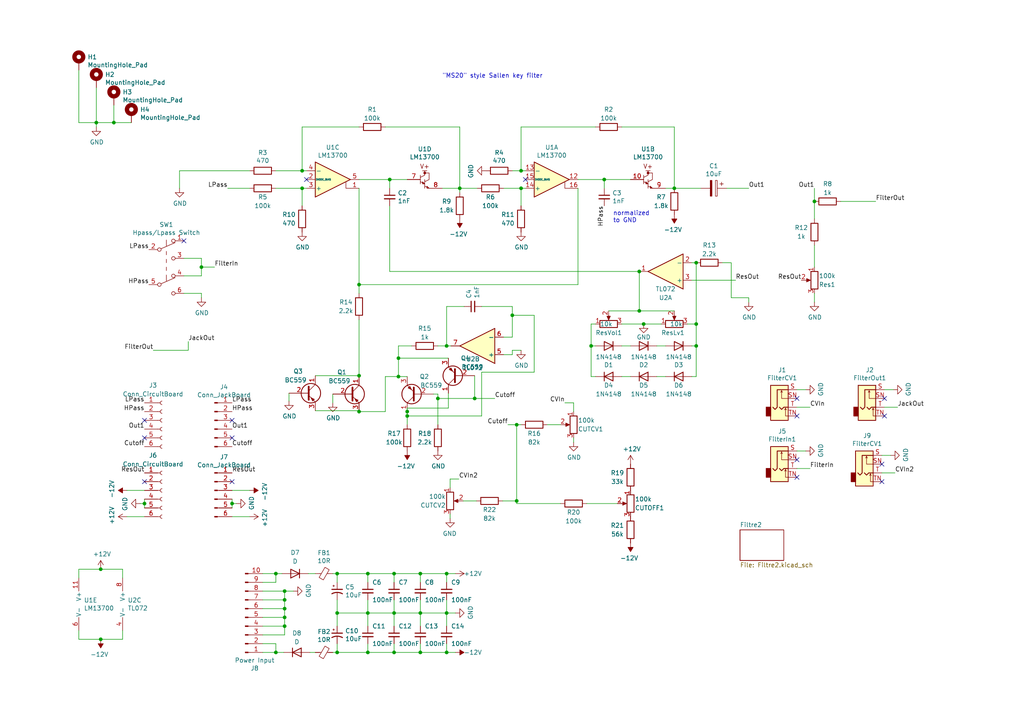
<source format=kicad_sch>
(kicad_sch (version 20230121) (generator eeschema)
  (paper "A4")
  (lib_symbols
    (symbol "Amplifier_Operational:LM13700" (pin_names (offset 0.127))
      (property "Reference" "U" (at 3.81 5.08 0))
      (property "Value" "LM13700" (at 5.08 -5.08 0))
      (symbol "LM13700_1_1"
        (pin output line (at 7.62 0 180) (length 2.54) (name "~") (number "12"))
        (pin input line (at -7.62 2.54 0) (length 2.54) (name "-") (number "13"))
        (pin input line (at -7.62 -2.54 0) (length 2.54) (name "+") (number "14"))
        (pin input line (at -7.62 0 0) (length 2.54) (name "DIODE_BIAS") (number "15"))
        (pin input line (at 7.62 -2.54 180) (length 2.54) (name "~") (number "16"))
      )
      (symbol "LM13700_2_1"
        (text "V+" (at -2.54 3.81 0) (effects (font (size 1.27 1.27))))
        (pin input line (at -7.62 0 0) (length 3.81) (name "~") (number "10"))
        (pin output line (at 2.54 -2.54 180) (length 3.81) (name "~") (number "9"))
      )
      (symbol "LM13700_3_1"
        (pin input line (at 7.62 -2.54 180) (length 2.54) (name "~") (number "1"))
        (pin input line (at -7.62 0 0) (length 2.54) (name "DIODE_BIAS") (number "2"))
        (pin input line (at -7.62 -2.54 0) (length 2.54) (name "+") (number "3"))
        (pin input line (at -7.62 2.54 0) (length 2.54) (name "-") (number "4"))
        (pin output line (at 7.62 0 180) (length 2.54) (name "~") (number "5"))
      )
      (symbol "LM13700_4_0"
        (text "V+" (at -2.54 3.81 0) (effects (font (size 1.27 1.27))))
      )
      (symbol "LM13700_4_1"
        (pin input line (at -7.62 0 0) (length 3.81) (name "~") (number "7"))
        (pin output line (at 2.54 -2.54 180) (length 3.81) (name "~") (number "8"))
      )
      (symbol "LM13700_5_1"
        (pin power_in line (at -2.54 7.62 270) (length 3.81) (name "V+") (number "11"))
        (pin power_in line (at -2.54 -7.62 90) (length 3.81) (name "V-") (number "6"))
      )
    )
    (symbol "Amplifier_Operational:TL072" (pin_names (offset 0.127))
      (property "Reference" "U" (at 0 5.08 0))
      (property "Value" "TL072" (at 0 -5.08 0))
      (symbol "TL072_1_1"
        (pin output line (at 7.62 0 180) (length 2.54) (name "~") (number "1"))
        (pin input line (at -7.62 -2.54 0) (length 2.54) (name "-") (number "2"))
        (pin input line (at -7.62 2.54 0) (length 2.54) (name "+") (number "3"))
      )
      (symbol "TL072_2_1"
        (pin input line (at -7.62 2.54 0) (length 2.54) (name "+") (number "5"))
        (pin input line (at -7.62 -2.54 0) (length 2.54) (name "-") (number "6"))
        (pin output line (at 7.62 0 180) (length 2.54) (name "~") (number "7"))
      )
      (symbol "TL072_3_1"
        (pin power_in line (at -2.54 -7.62 90) (length 3.81) (name "V-") (number "4"))
        (pin power_in line (at -2.54 7.62 270) (length 3.81) (name "V+") (number "8"))
      )
    )
    (symbol "Connector:AudioJack2_Switch"
      (property "Reference" "J" (at 0 11.43 0))
      (property "Value" "AudioJack2_Switch" (at 0 8.89 0))
      (symbol "AudioJack2_Switch_1_1"
        (pin passive line (at 5.08 5.08 180) (length 2.54) (name "~") (number "S"))
        (pin passive line (at 5.08 2.54 180) (length 2.54) (name "~") (number "SN"))
        (pin passive line (at 5.08 0 180) (length 2.54) (name "~") (number "T"))
        (pin passive line (at 5.08 -2.54 180) (length 2.54) (name "~") (number "TN"))
      )
    )
    (symbol "Connector:Conn_01x06_Female" (pin_names (offset 1.016) hide)
      (property "Reference" "J" (at 0 7.62 0))
      (property "Value" "Conn_01x06_Female" (at 0 -10.16 0))
      (symbol "Conn_01x06_Female_1_1"
        (pin passive line (at -5.08 5.08 0) (length 3.81) (name "Pin_1") (number "1"))
        (pin passive line (at -5.08 2.54 0) (length 3.81) (name "Pin_2") (number "2"))
        (pin passive line (at -5.08 0 0) (length 3.81) (name "Pin_3") (number "3"))
        (pin passive line (at -5.08 -2.54 0) (length 3.81) (name "Pin_4") (number "4"))
        (pin passive line (at -5.08 -5.08 0) (length 3.81) (name "Pin_5") (number "5"))
        (pin passive line (at -5.08 -7.62 0) (length 3.81) (name "Pin_6") (number "6"))
      )
    )
    (symbol "Connector:Conn_01x06_Male" (pin_names (offset 1.016) hide)
      (property "Reference" "J" (at 0 7.62 0))
      (property "Value" "Conn_01x06_Male" (at 0 -10.16 0))
      (symbol "Conn_01x06_Male_1_1"
        (pin passive line (at 5.08 5.08 180) (length 3.81) (name "Pin_1") (number "1"))
        (pin passive line (at 5.08 2.54 180) (length 3.81) (name "Pin_2") (number "2"))
        (pin passive line (at 5.08 0 180) (length 3.81) (name "Pin_3") (number "3"))
        (pin passive line (at 5.08 -2.54 180) (length 3.81) (name "Pin_4") (number "4"))
        (pin passive line (at 5.08 -5.08 180) (length 3.81) (name "Pin_5") (number "5"))
        (pin passive line (at 5.08 -7.62 180) (length 3.81) (name "Pin_6") (number "6"))
      )
    )
    (symbol "Connector:Conn_01x10_Male" (pin_names (offset 1.016) hide)
      (property "Reference" "J" (at 0 12.7 0))
      (property "Value" "Conn_01x10_Male" (at 0 -15.24 0))
      (symbol "Conn_01x10_Male_1_1"
        (pin passive line (at 5.08 10.16 180) (length 3.81) (name "Pin_1") (number "1"))
        (pin passive line (at 5.08 -12.7 180) (length 3.81) (name "Pin_10") (number "10"))
        (pin passive line (at 5.08 7.62 180) (length 3.81) (name "Pin_2") (number "2"))
        (pin passive line (at 5.08 5.08 180) (length 3.81) (name "Pin_3") (number "3"))
        (pin passive line (at 5.08 2.54 180) (length 3.81) (name "Pin_4") (number "4"))
        (pin passive line (at 5.08 0 180) (length 3.81) (name "Pin_5") (number "5"))
        (pin passive line (at 5.08 -2.54 180) (length 3.81) (name "Pin_6") (number "6"))
        (pin passive line (at 5.08 -5.08 180) (length 3.81) (name "Pin_7") (number "7"))
        (pin passive line (at 5.08 -7.62 180) (length 3.81) (name "Pin_8") (number "8"))
        (pin passive line (at 5.08 -10.16 180) (length 3.81) (name "Pin_9") (number "9"))
      )
    )
    (symbol "D_1" (pin_numbers hide) (pin_names (offset 1.016) hide)
      (property "Reference" "D" (at 0 2.54 0))
      (property "Value" "D" (at 0 -2.54 0))
      (symbol "D_1_1_1"
        (pin passive line (at -3.81 0 0) (length 2.54) (name "K") (number "1"))
        (pin passive line (at 3.81 0 180) (length 2.54) (name "A") (number "2"))
      )
    )
    (symbol "Device:CP" (pin_numbers hide) (pin_names (offset 0.254))
      (property "Reference" "C" (at 0.635 2.54 0))
      (property "Value" "Device_CP" (at 0.635 -2.54 0))
      (symbol "CP_1_1"
        (pin passive line (at 0 3.81 270) (length 2.794) (name "~") (number "1"))
        (pin passive line (at 0 -3.81 90) (length 2.794) (name "~") (number "2"))
      )
    )
    (symbol "Device:CP1_Small" (pin_numbers hide) (pin_names (offset 0.254) hide)
      (property "Reference" "C" (at 0.254 1.778 0))
      (property "Value" "Device_CP1_Small" (at 0.254 -2.032 0))
      (symbol "CP1_Small_1_1"
        (pin passive line (at 0 2.54 270) (length 2.032) (name "~") (number "1"))
        (pin passive line (at 0 -2.54 90) (length 2.032) (name "~") (number "2"))
      )
    )
    (symbol "Device:C_Small" (pin_numbers hide) (pin_names (offset 0.254) hide)
      (property "Reference" "C" (at 0.254 1.778 0))
      (property "Value" "C_Small" (at 0.254 -2.032 0))
      (symbol "C_Small_1_1"
        (pin passive line (at 0 2.54 270) (length 2.032) (name "~") (number "1"))
        (pin passive line (at 0 -2.54 90) (length 2.032) (name "~") (number "2"))
      )
    )
    (symbol "Device:D" (pin_numbers hide) (pin_names (offset 1.016) hide)
      (property "Reference" "D" (at 0 2.54 0))
      (property "Value" "D" (at 0 -2.54 0))
      (symbol "D_1_1"
        (pin passive line (at -3.81 0 0) (length 2.54) (name "K") (number "1"))
        (pin passive line (at 3.81 0 180) (length 2.54) (name "A") (number "2"))
      )
    )
    (symbol "Device:Ferrite_Bead_Small" (pin_numbers hide) (pin_names (offset 0))
      (property "Reference" "FB" (at 1.905 1.27 0))
      (property "Value" "Device_Ferrite_Bead_Small" (at 1.905 -1.27 0))
      (symbol "Ferrite_Bead_Small_1_1"
        (pin passive line (at 0 2.54 270) (length 1.27) (name "~") (number "1"))
        (pin passive line (at 0 -2.54 90) (length 1.27) (name "~") (number "2"))
      )
    )
    (symbol "Device:R" (pin_numbers hide) (pin_names (offset 0))
      (property "Reference" "R" (at 2.032 0 90))
      (property "Value" "R" (at 0 0 90))
      (symbol "R_1_1"
        (pin passive line (at 0 3.81 270) (length 1.27) (name "~") (number "1"))
        (pin passive line (at 0 -3.81 90) (length 1.27) (name "~") (number "2"))
      )
    )
    (symbol "Device:R_POT" (pin_names (offset 1.016) hide)
      (property "Reference" "RV" (at -4.445 0 90))
      (property "Value" "Device_R_POT" (at -2.54 0 90))
      (symbol "R_POT_1_1"
        (pin passive line (at 0 3.81 270) (length 1.27) (name "1") (number "1"))
        (pin passive line (at 3.81 0 180) (length 1.27) (name "2") (number "2"))
        (pin passive line (at 0 -3.81 90) (length 1.27) (name "3") (number "3"))
      )
    )
    (symbol "Mechanical:MountingHole_Pad" (pin_numbers hide) (pin_names (offset 1.016) hide)
      (property "Reference" "H" (at 0 6.35 0))
      (property "Value" "MountingHole_Pad" (at 0 4.445 0))
      (symbol "MountingHole_Pad_1_1"
        (pin input line (at 0 -2.54 90) (length 2.54) (name "1") (number "1"))
      )
    )
    (symbol "Switch:SW_Push_DPDT" (pin_names (offset 0) hide)
      (property "Reference" "SW" (at 0 8.89 0))
      (property "Value" "SW_Push_DPDT" (at 0 -10.16 0))
      (symbol "SW_Push_DPDT_1_1"
        (pin passive line (at 5.08 7.62 180) (length 2.54) (name "A") (number "1"))
        (pin passive line (at -5.08 5.08 0) (length 2.54) (name "B") (number "2"))
        (pin passive line (at 5.08 2.54 180) (length 2.54) (name "C") (number "3"))
        (pin passive line (at 5.08 -2.54 180) (length 2.54) (name "A") (number "4"))
        (pin passive line (at -5.08 -5.08 0) (length 2.54) (name "B") (number "5"))
        (pin passive line (at 5.08 -7.62 180) (length 2.54) (name "C") (number "6"))
      )
    )
    (symbol "Transistor_BJT:BC559" (pin_names (offset 0) hide)
      (property "Reference" "Q" (at 5.08 1.905 0))
      (property "Value" "BC559" (at 5.08 0 0))
      (symbol "BC559_1_1"
        (pin passive line (at 2.54 5.08 270) (length 2.54) (name "C") (number "1"))
        (pin input line (at -5.08 0 0) (length 5.715) (name "B") (number "2"))
        (pin passive line (at 2.54 -5.08 90) (length 2.54) (name "E") (number "3"))
      )
    )
    (symbol "power:+12V" (power) (pin_names (offset 0))
      (property "Value" "+12V" (at 0 3.556 0))
      (symbol "+12V_1_1"
        (pin power_in line (at 0 0 90) (length 0) hide (name "+12V") (number "1"))
      )
    )
    (symbol "power:-12V" (power) (pin_names (offset 0))
      (property "Value" "-12V" (at 0 3.81 0))
      (symbol "-12V_0_0"
        (pin power_in line (at 0 0 90) (length 0) hide (name "-12V") (number "1"))
      )
    )
    (symbol "power:GND" (power) (pin_names (offset 0))
      (property "Value" "GND" (at 0 -3.81 0))
      (symbol "GND_1_1"
        (pin power_in line (at 0 0 270) (length 0) hide (name "GND") (number "1"))
      )
    )
  )
  (junction (at 121.92 177.8))
  (junction (at 97.79 189.23))
  (junction (at 118.11 120.65))
  (junction (at 104.14 82.55))
  (junction (at 186.69 93.98))
  (junction (at 82.55 179.07))
  (junction (at 133.35 54.61))
  (junction (at 114.3 189.23))
  (junction (at 114.3 166.37))
  (junction (at 58.42 77.47))
  (junction (at 201.93 93.98))
  (junction (at 33.02 35.56))
  (junction (at 137.668 115.57))
  (junction (at 151.13 49.53))
  (junction (at 129.54 100.33))
  (junction (at 106.68 166.37))
  (junction (at 113.03 52.07))
  (junction (at 201.93 76.2))
  (junction (at 129.54 177.8))
  (junction (at 148.59 91.44))
  (junction (at 171.45 100.33))
  (junction (at 149.86 145.288))
  (junction (at 149.86 123.19))
  (junction (at 82.55 181.61))
  (junction (at 82.55 176.53))
  (junction (at 129.54 189.23))
  (junction (at 80.01 189.23))
  (junction (at 185.42 90.17))
  (junction (at 121.92 189.23))
  (junction (at 97.79 166.37))
  (junction (at 151.13 54.61))
  (junction (at 80.01 166.37))
  (junction (at 29.21 165.1))
  (junction (at 201.93 100.33))
  (junction (at 82.55 173.99))
  (junction (at 27.94 35.56))
  (junction (at 87.63 54.61))
  (junction (at 82.55 171.45))
  (junction (at 106.68 177.8))
  (junction (at 97.79 177.8))
  (junction (at 195.58 54.61))
  (junction (at 67.31 146.05))
  (junction (at 236.22 58.42))
  (junction (at 29.21 185.42))
  (junction (at 114.3 177.8))
  (junction (at 106.68 189.23))
  (junction (at 104.14 119.38))
  (junction (at 118.11 119.38))
  (junction (at 87.63 49.53))
  (junction (at 127 115.57))
  (junction (at 115.57 103.886))
  (junction (at 121.92 166.37))
  (junction (at 175.26 52.07))
  (junction (at 185.42 78.74))
  (junction (at 41.91 146.05))
  (junction (at 115.57 109.22))
  (junction (at 104.14 108.966))
  (junction (at 129.54 166.37))
  (no_connect (at 53.34 69.85))
  (no_connect (at 256.54 120.65))
  (no_connect (at 231.14 133.35))
  (no_connect (at 41.91 127))
  (no_connect (at 41.91 121.92))
  (no_connect (at 152.4 52.07))
  (no_connect (at 67.31 121.92))
  (no_connect (at 231.14 120.65))
  (no_connect (at 231.14 115.57))
  (no_connect (at 41.91 139.7))
  (no_connect (at 67.31 139.7))
  (no_connect (at 255.778 134.62))
  (no_connect (at 67.31 127))
  (no_connect (at 256.54 115.57))
  (no_connect (at 231.14 138.43))
  (no_connect (at 255.778 139.7))
  (no_connect (at 88.9 52.07))
  (wire (pts (xy 58.42 74.93) (xy 58.42 77.47)))
  (wire (pts (xy 82.55 181.61) (xy 82.55 179.07)))
  (wire (pts (xy 148.59 91.44) (xy 148.59 88.9)))
  (wire (pts (xy 130.556 149.098) (xy 130.556 150.368)))
  (wire (pts (xy 121.92 168.91) (xy 121.92 166.37)))
  (wire (pts (xy 67.31 142.24) (xy 72.39 142.24)))
  (wire (pts (xy 231.14 130.81) (xy 233.68 130.81)))
  (wire (pts (xy 201.93 93.98) (xy 201.93 100.33)))
  (wire (pts (xy 87.63 54.61) (xy 87.63 59.69)))
  (wire (pts (xy 118.11 120.65) (xy 139.7 120.65)))
  (wire (pts (xy 200.66 100.33) (xy 201.93 100.33)))
  (wire (pts (xy 106.68 189.23) (xy 114.3 189.23)))
  (wire (pts (xy 41.91 144.78) (xy 41.91 146.05)))
  (wire (pts (xy 97.79 186.69) (xy 97.79 189.23)))
  (wire (pts (xy 166.37 127) (xy 166.37 128.27)))
  (wire (pts (xy 171.45 100.33) (xy 171.45 109.22)))
  (wire (pts (xy 171.45 109.22) (xy 172.72 109.22)))
  (wire (pts (xy 38.1 35.56) (xy 33.02 35.56)))
  (wire (pts (xy 104.14 108.966) (xy 104.14 109.22)))
  (wire (pts (xy 255.778 132.08) (xy 258.318 132.08)))
  (wire (pts (xy 236.22 87.63) (xy 236.22 85.09)))
  (wire (pts (xy 115.57 103.886) (xy 130.048 103.886)))
  (wire (pts (xy 72.39 49.53) (xy 52.07 49.53)))
  (wire (pts (xy 118.11 119.38) (xy 118.11 120.65)))
  (wire (pts (xy 185.42 78.74) (xy 113.03 78.74)))
  (wire (pts (xy 125.73 114.3) (xy 127 114.3)))
  (wire (pts (xy 29.21 185.42) (xy 22.86 185.42)))
  (wire (pts (xy 97.79 189.23) (xy 106.68 189.23)))
  (wire (pts (xy 127 114.3) (xy 127 115.57)))
  (wire (pts (xy 182.88 109.22) (xy 180.34 109.22)))
  (wire (pts (xy 185.42 78.74) (xy 185.42 90.17)))
  (wire (pts (xy 121.92 177.8) (xy 121.92 181.61)))
  (wire (pts (xy 85.09 171.45) (xy 82.55 171.45)))
  (wire (pts (xy 76.2 171.45) (xy 82.55 171.45)))
  (wire (pts (xy 97.79 173.99) (xy 97.79 177.8)))
  (wire (pts (xy 209.55 76.2) (xy 212.09 76.2)))
  (wire (pts (xy 151.13 49.53) (xy 152.4 49.53)))
  (wire (pts (xy 76.2 168.91) (xy 80.01 168.91)))
  (wire (pts (xy 175.26 52.07) (xy 175.26 54.61)))
  (wire (pts (xy 139.7 120.65) (xy 139.7 107.95)))
  (wire (pts (xy 148.59 97.79) (xy 148.59 91.44)))
  (wire (pts (xy 113.03 78.74) (xy 113.03 59.69)))
  (wire (pts (xy 128.27 54.61) (xy 133.35 54.61)))
  (wire (pts (xy 104.14 82.55) (xy 104.14 54.61)))
  (wire (pts (xy 106.68 186.69) (xy 106.68 189.23)))
  (wire (pts (xy 115.57 100.33) (xy 115.57 103.886)))
  (wire (pts (xy 76.2 186.69) (xy 80.01 186.69)))
  (wire (pts (xy 151.13 54.61) (xy 146.05 54.61)))
  (wire (pts (xy 180.34 93.98) (xy 186.69 93.98)))
  (wire (pts (xy 167.64 82.55) (xy 104.14 82.55)))
  (wire (pts (xy 114.3 186.69) (xy 114.3 189.23)))
  (wire (pts (xy 114.3 166.37) (xy 121.92 166.37)))
  (wire (pts (xy 82.55 171.45) (xy 82.55 173.99)))
  (wire (pts (xy 172.72 100.33) (xy 171.45 100.33)))
  (wire (pts (xy 118.11 120.65) (xy 118.11 123.19)))
  (wire (pts (xy 127 100.33) (xy 129.54 100.33)))
  (wire (pts (xy 256.54 113.03) (xy 259.08 113.03)))
  (wire (pts (xy 76.2 173.99) (xy 82.55 173.99)))
  (wire (pts (xy 72.39 54.61) (xy 66.04 54.61)))
  (wire (pts (xy 234.95 135.89) (xy 231.14 135.89)))
  (wire (pts (xy 58.42 85.09) (xy 53.34 85.09)))
  (wire (pts (xy 104.14 119.38) (xy 111.76 119.38)))
  (wire (pts (xy 82.55 179.07) (xy 82.55 176.53)))
  (wire (pts (xy 121.92 166.37) (xy 129.54 166.37)))
  (wire (pts (xy 22.86 20.32) (xy 22.86 35.56)))
  (wire (pts (xy 212.09 76.2) (xy 212.09 86.36)))
  (wire (pts (xy 106.68 177.8) (xy 106.68 181.61)))
  (wire (pts (xy 236.22 71.12) (xy 236.22 77.47)))
  (wire (pts (xy 114.3 177.8) (xy 114.3 181.61)))
  (wire (pts (xy 212.09 86.36) (xy 217.17 86.36)))
  (wire (pts (xy 149.86 123.19) (xy 147.32 123.19)))
  (wire (pts (xy 203.2 54.61) (xy 195.58 54.61)))
  (wire (pts (xy 145.796 145.288) (xy 149.86 145.288)))
  (wire (pts (xy 87.63 36.83) (xy 87.63 49.53)))
  (wire (pts (xy 121.92 173.99) (xy 121.92 177.8)))
  (wire (pts (xy 87.63 49.53) (xy 80.01 49.53)))
  (wire (pts (xy 129.54 166.37) (xy 132.08 166.37)))
  (wire (pts (xy 52.07 49.53) (xy 52.07 54.61)))
  (wire (pts (xy 35.56 182.88) (xy 35.56 185.42)))
  (wire (pts (xy 33.02 35.56) (xy 27.94 35.56)))
  (wire (pts (xy 130.048 118.364) (xy 118.11 118.364)))
  (wire (pts (xy 154.94 107.95) (xy 154.94 91.44)))
  (wire (pts (xy 121.92 189.23) (xy 129.54 189.23)))
  (wire (pts (xy 167.64 54.61) (xy 167.64 82.55)))
  (wire (pts (xy 193.04 109.22) (xy 190.5 109.22)))
  (wire (pts (xy 97.79 166.37) (xy 106.68 166.37)))
  (wire (pts (xy 179.07 146.05) (xy 170.18 146.05)))
  (wire (pts (xy 129.54 173.99) (xy 129.54 177.8)))
  (wire (pts (xy 195.58 36.83) (xy 180.34 36.83)))
  (wire (pts (xy 121.92 177.8) (xy 129.54 177.8)))
  (wire (pts (xy 151.13 54.61) (xy 151.13 59.69)))
  (wire (pts (xy 137.668 115.57) (xy 143.51 115.57)))
  (wire (pts (xy 76.2 189.23) (xy 80.01 189.23)))
  (wire (pts (xy 180.34 100.33) (xy 182.88 100.33)))
  (wire (pts (xy 97.79 168.91) (xy 97.79 166.37)))
  (wire (pts (xy 114.3 173.99) (xy 114.3 177.8)))
  (wire (pts (xy 106.68 166.37) (xy 114.3 166.37)))
  (wire (pts (xy 111.76 109.22) (xy 115.57 109.22)))
  (wire (pts (xy 201.93 100.33) (xy 201.93 109.22)))
  (wire (pts (xy 137.668 108.966) (xy 137.668 115.57)))
  (wire (pts (xy 201.93 93.98) (xy 199.39 93.98)))
  (wire (pts (xy 186.69 93.98) (xy 191.77 93.98)))
  (wire (pts (xy 148.59 101.6) (xy 151.13 101.6)))
  (wire (pts (xy 127 115.57) (xy 127 123.19)))
  (wire (pts (xy 80.01 166.37) (xy 81.788 166.37)))
  (wire (pts (xy 146.05 102.87) (xy 148.59 102.87)))
  (wire (pts (xy 134.62 88.9) (xy 129.54 88.9)))
  (wire (pts (xy 96.52 114.3) (xy 96.52 116.84)))
  (wire (pts (xy 129.54 168.91) (xy 129.54 166.37)))
  (wire (pts (xy 29.21 165.1) (xy 35.56 165.1)))
  (wire (pts (xy 210.82 54.61) (xy 217.17 54.61)))
  (wire (pts (xy 146.05 97.79) (xy 148.59 97.79)))
  (wire (pts (xy 67.31 144.78) (xy 67.31 146.05)))
  (wire (pts (xy 113.03 52.07) (xy 118.11 52.07)))
  (wire (pts (xy 91.44 108.966) (xy 104.14 108.966)))
  (wire (pts (xy 162.56 123.19) (xy 158.75 123.19)))
  (wire (pts (xy 148.59 102.87) (xy 148.59 101.6)))
  (wire (pts (xy 82.55 184.15) (xy 82.55 181.61)))
  (wire (pts (xy 114.3 168.91) (xy 114.3 166.37)))
  (wire (pts (xy 97.79 177.8) (xy 106.68 177.8)))
  (wire (pts (xy 129.54 186.69) (xy 129.54 189.23)))
  (wire (pts (xy 113.03 52.07) (xy 113.03 54.61)))
  (wire (pts (xy 29.21 185.42) (xy 35.56 185.42)))
  (wire (pts (xy 148.59 49.53) (xy 151.13 49.53)))
  (wire (pts (xy 133.096 138.938) (xy 130.556 138.938)))
  (wire (pts (xy 62.23 77.47) (xy 58.42 77.47)))
  (wire (pts (xy 104.14 82.55) (xy 104.14 85.09)))
  (wire (pts (xy 139.7 107.95) (xy 154.94 107.95)))
  (wire (pts (xy 104.14 52.07) (xy 113.03 52.07)))
  (wire (pts (xy 35.56 165.1) (xy 35.56 167.64)))
  (wire (pts (xy 149.86 146.05) (xy 162.56 146.05)))
  (wire (pts (xy 129.54 189.23) (xy 132.08 189.23)))
  (wire (pts (xy 27.94 25.4) (xy 27.94 35.56)))
  (wire (pts (xy 41.91 146.05) (xy 40.64 146.05)))
  (wire (pts (xy 236.22 58.42) (xy 236.22 63.5)))
  (wire (pts (xy 22.86 165.1) (xy 22.86 167.64)))
  (wire (pts (xy 259.588 137.16) (xy 255.778 137.16)))
  (wire (pts (xy 133.35 54.61) (xy 138.43 54.61)))
  (wire (pts (xy 80.01 54.61) (xy 87.63 54.61)))
  (wire (pts (xy 213.36 81.28) (xy 200.66 81.28)))
  (wire (pts (xy 243.84 58.42) (xy 254 58.42)))
  (wire (pts (xy 80.01 189.23) (xy 82.296 189.23)))
  (wire (pts (xy 58.42 80.01) (xy 53.34 80.01)))
  (wire (pts (xy 234.95 118.11) (xy 231.14 118.11)))
  (wire (pts (xy 106.68 177.8) (xy 114.3 177.8)))
  (wire (pts (xy 148.59 88.9) (xy 139.7 88.9)))
  (wire (pts (xy 115.57 103.886) (xy 115.57 109.22)))
  (wire (pts (xy 96.52 166.37) (xy 97.79 166.37)))
  (wire (pts (xy 127 115.57) (xy 137.668 115.57)))
  (wire (pts (xy 97.79 177.8) (xy 97.79 181.61)))
  (wire (pts (xy 167.64 52.07) (xy 175.26 52.07)))
  (wire (pts (xy 129.54 177.8) (xy 129.54 181.61)))
  (wire (pts (xy 106.68 173.99) (xy 106.68 177.8)))
  (wire (pts (xy 22.86 182.88) (xy 22.86 185.42)))
  (wire (pts (xy 151.13 123.19) (xy 149.86 123.19)))
  (wire (pts (xy 33.02 30.48) (xy 33.02 35.56)))
  (wire (pts (xy 67.31 146.05) (xy 68.58 146.05)))
  (wire (pts (xy 82.55 173.99) (xy 82.55 176.53)))
  (wire (pts (xy 190.5 100.33) (xy 193.04 100.33)))
  (wire (pts (xy 133.35 55.88) (xy 133.35 54.61)))
  (wire (pts (xy 104.14 36.83) (xy 87.63 36.83)))
  (wire (pts (xy 118.11 118.364) (xy 118.11 119.38)))
  (wire (pts (xy 217.17 86.36) (xy 217.17 87.63)))
  (wire (pts (xy 185.42 90.17) (xy 195.58 90.17)))
  (wire (pts (xy 260.35 118.11) (xy 256.54 118.11)))
  (wire (pts (xy 201.93 76.2) (xy 201.93 93.98)))
  (wire (pts (xy 114.3 177.8) (xy 121.92 177.8)))
  (wire (pts (xy 22.86 35.56) (xy 27.94 35.56)))
  (wire (pts (xy 172.72 36.83) (xy 151.13 36.83)))
  (wire (pts (xy 80.01 186.69) (xy 80.01 189.23)))
  (wire (pts (xy 27.94 35.56) (xy 27.94 36.83)))
  (wire (pts (xy 133.35 54.61) (xy 133.35 36.83)))
  (wire (pts (xy 80.01 168.91) (xy 80.01 166.37)))
  (wire (pts (xy 76.2 184.15) (xy 82.55 184.15)))
  (wire (pts (xy 91.44 119.126) (xy 104.14 119.126)))
  (wire (pts (xy 72.39 149.86) (xy 67.31 149.86)))
  (wire (pts (xy 119.38 100.33) (xy 115.57 100.33)))
  (wire (pts (xy 115.57 109.22) (xy 118.11 109.22)))
  (wire (pts (xy 163.83 116.84) (xy 166.37 116.84)))
  (wire (pts (xy 76.2 181.61) (xy 82.55 181.61)))
  (wire (pts (xy 195.58 54.61) (xy 195.58 36.83)))
  (wire (pts (xy 111.76 119.38) (xy 111.76 109.22)))
  (wire (pts (xy 89.408 166.37) (xy 91.44 166.37)))
  (wire (pts (xy 185.42 90.17) (xy 176.53 90.17)))
  (wire (pts (xy 106.68 168.91) (xy 106.68 166.37)))
  (wire (pts (xy 67.31 146.05) (xy 67.31 147.32)))
  (wire (pts (xy 76.2 166.37) (xy 80.01 166.37)))
  (wire (pts (xy 82.55 176.53) (xy 76.2 176.53)))
  (wire (pts (xy 193.04 54.61) (xy 195.58 54.61)))
  (wire (pts (xy 149.86 145.288) (xy 149.86 146.05)))
  (wire (pts (xy 54.61 101.6) (xy 54.61 99.06)))
  (wire (pts (xy 96.52 189.23) (xy 97.79 189.23)))
  (wire (pts (xy 151.13 36.83) (xy 151.13 49.53)))
  (wire (pts (xy 76.2 179.07) (xy 82.55 179.07)))
  (wire (pts (xy 41.91 142.24) (xy 36.83 142.24)))
  (wire (pts (xy 175.26 52.07) (xy 182.88 52.07)))
  (wire (pts (xy 231.14 113.03) (xy 233.68 113.03)))
  (wire (pts (xy 104.14 92.71) (xy 104.14 108.966)))
  (wire (pts (xy 151.13 54.61) (xy 152.4 54.61)))
  (wire (pts (xy 149.86 123.19) (xy 149.86 145.288)))
  (wire (pts (xy 129.54 88.9) (xy 129.54 100.33)))
  (wire (pts (xy 29.21 165.1) (xy 22.86 165.1)))
  (wire (pts (xy 130.048 114.046) (xy 130.048 118.364)))
  (wire (pts (xy 114.3 189.23) (xy 121.92 189.23)))
  (wire (pts (xy 134.366 145.288) (xy 138.176 145.288)))
  (wire (pts (xy 104.14 119.126) (xy 104.14 119.38)))
  (wire (pts (xy 201.93 76.2) (xy 200.66 76.2)))
  (wire (pts (xy 58.42 77.47) (xy 58.42 80.01)))
  (wire (pts (xy 129.54 177.8) (xy 132.08 177.8)))
  (wire (pts (xy 88.9 49.53) (xy 87.63 49.53)))
  (wire (pts (xy 201.93 109.22) (xy 200.66 109.22)))
  (wire (pts (xy 41.91 146.05) (xy 41.91 147.32)))
  (wire (pts (xy 41.91 149.86) (xy 36.83 149.86)))
  (wire (pts (xy 87.63 54.61) (xy 88.9 54.61)))
  (wire (pts (xy 236.22 54.61) (xy 236.22 58.42)))
  (wire (pts (xy 154.94 91.44) (xy 148.59 91.44)))
  (wire (pts (xy 44.45 101.6) (xy 54.61 101.6)))
  (wire (pts (xy 53.34 74.93) (xy 58.42 74.93)))
  (wire (pts (xy 83.82 114.046) (xy 83.82 116.332)))
  (wire (pts (xy 171.45 93.98) (xy 171.45 100.33)))
  (wire (pts (xy 133.35 36.83) (xy 111.76 36.83)))
  (wire (pts (xy 172.72 93.98) (xy 171.45 93.98)))
  (wire (pts (xy 166.37 116.84) (xy 166.37 119.38)))
  (wire (pts (xy 58.42 86.36) (xy 58.42 85.09)))
  (wire (pts (xy 89.916 189.23) (xy 91.44 189.23)))
  (wire (pts (xy 129.54 100.33) (xy 130.81 100.33)))
  (wire (pts (xy 121.92 186.69) (xy 121.92 189.23)))
  (wire (pts (xy 130.556 138.938) (xy 130.556 141.478)))
  (text "normalized \nto GND" (at 177.8 64.77 0) (effects (font (size 1.27 1.27)) (justify left bottom)))
  (text "\"MS20\" style Sallen key filter" (at 128.27 22.86 0) (effects (font (size 1.27 1.27)) (justify left bottom)))
  (label "HPass" (at 175.26 59.69 270))
  (label "ResOut" (at 232.41 81.28 180))
  (label "FilterIn" (at 234.95 135.89 0))
  (label "JackOut" (at 260.35 118.11 0))
  (label "LPass" (at 67.31 116.84 0))
  (label "FilterOut" (at 44.45 101.6 180))
  (label "LPass" (at 66.04 54.61 180))
  (label "Cutoff" (at 41.91 129.54 180))
  (label "CVIn" (at 234.95 118.11 0))
  (label "HPass" (at 41.91 119.38 180))
  (label "ResOut" (at 41.91 137.16 180))
  (label "Cutoff" (at 67.31 129.54 0))
  (label "HPass" (at 43.18 82.55 180))
  (label "FilterOut" (at 254 58.42 0))
  (label "Cutoff" (at 143.51 115.57 0))
  (label "ResOut" (at 67.31 137.16 0))
  (label "CVIn2" (at 259.588 137.16 0))
  (label "LPass" (at 43.18 72.39 180))
  (label "Out1" (at 67.31 124.46 0))
  (label "HPass" (at 67.31 119.38 0))
  (label "Out1" (at 41.91 124.46 180))
  (label "LPass" (at 41.91 116.84 180))
  (label "CVIn" (at 163.83 116.84 180))
  (label "CVIn2" (at 133.096 138.938 0))
  (label "Cutoff" (at 147.32 123.19 180))
  (label "FilterIn" (at 62.23 77.47 0))
  (label "ResOut" (at 213.36 81.28 0))
  (label "JackOut" (at 54.61 99.06 0))
  (label "Out1" (at 236.22 54.61 180))
  (label "Out1" (at 217.17 54.61 0))
  (symbol (lib_id "Amplifier_Operational:LM13700") (at 160.02 52.07 0) (unit 1)
    (property "Reference" "U1" (at 160.02 42.7482 0))
    (property "Value" "LM13700" (at 160.02 45.0596 0))
    (property "Footprint" "Package_SO:SOIC-16_3.9x9.9mm_P1.27mm" (effects hide))
    (property "Datasheet" "http://www.ti.com/lit/ds/symlink/lm13700.pdf" (effects hide))
  )
  (symbol (lib_id "Amplifier_Operational:LM13700") (at 96.52 52.07 0) (unit 3)
    (property "Reference" "U1" (at 96.52 42.7482 0))
    (property "Value" "LM13700" (at 96.52 45.0596 0))
    (property "Footprint" "Package_SO:SOIC-16_3.9x9.9mm_P1.27mm" (effects hide))
    (property "Datasheet" "http://www.ti.com/lit/ds/symlink/lm13700.pdf" (effects hide))
  )
  (symbol (lib_id "Amplifier_Operational:LM13700") (at 190.5 52.07 0) (unit 2)
    (property "Reference" "U1" (at 187.96 43.2308 0))
    (property "Value" "LM13700" (at 187.96 45.5422 0))
    (property "Footprint" "Package_SO:SOIC-16_3.9x9.9mm_P1.27mm" (effects hide))
    (property "Datasheet" "http://www.ti.com/lit/ds/symlink/lm13700.pdf" (effects hide))
  )
  (symbol (lib_id "Amplifier_Operational:LM13700") (at 125.73 52.07 0) (unit 4)
    (property "Reference" "U1" (at 123.19 43.2308 0))
    (property "Value" "LM13700" (at 123.19 45.5422 0))
    (property "Footprint" "Package_SO:SOIC-16_3.9x9.9mm_P1.27mm" (effects hide))
    (property "Datasheet" "http://www.ti.com/lit/ds/symlink/lm13700.pdf" (effects hide))
  )
  (symbol (lib_id "Amplifier_Operational:TL072") (at 193.04 78.74 180) (unit 1)
    (property "Reference" "U2" (at 193.04 86.36 0))
    (property "Value" "TL072" (at 193.04 83.82 0))
    (property "Footprint" "Package_SO:SOP-8_3.76x4.96mm_P1.27mm" (effects hide))
    (property "Datasheet" "http://www.ti.com/lit/ds/symlink/tl071.pdf" (effects hide))
  )
  (symbol (lib_id "Amplifier_Operational:TL072") (at 138.43 100.33 180) (unit 2)
    (property "Reference" "U2" (at 137.16 104.14 0))
    (property "Value" "TL072" (at 137.16 106.68 0))
    (property "Footprint" "Package_SO:SOP-8_3.76x4.96mm_P1.27mm" (effects hide))
    (property "Datasheet" "http://www.ti.com/lit/ds/symlink/tl071.pdf" (effects hide))
  )
  (symbol (lib_id "Device:R") (at 76.2 54.61 90) (unit 1)
    (property "Reference" "R5" (at 76.2 57.15 90))
    (property "Value" "100k" (at 76.2 59.69 90))
    (property "Footprint" "Resistor_SMD:R_0603_1608Metric_Pad0.98x0.95mm_HandSolder" (effects hide))
  )
  (symbol (lib_id "Device:R") (at 76.2 49.53 90) (unit 1)
    (property "Reference" "R3" (at 76.2 44.2722 90))
    (property "Value" "470" (at 76.2 46.5836 90))
    (property "Footprint" "Resistor_SMD:R_0603_1608Metric_Pad0.98x0.95mm_HandSolder" (effects hide))
  )
  (symbol (lib_id "Device:R") (at 87.63 63.5 180) (unit 1)
    (property "Reference" "R10" (at 83.82 62.23 0))
    (property "Value" "470" (at 83.82 64.77 0))
    (property "Footprint" "Resistor_SMD:R_0603_1608Metric_Pad0.98x0.95mm_HandSolder" (effects hide))
  )
  (symbol (lib_id "power:GND") (at 87.63 67.31 0) (unit 1)
    (property "Reference" "#PWR06" (effects hide))
    (property "Value" "GND" (at 87.757 71.7042 0))
  )
  (symbol (lib_id "power:GND") (at 52.07 54.61 0) (unit 1)
    (property "Reference" "#PWR03" (effects hide))
    (property "Value" "GND" (at 52.197 59.0042 0))
  )
  (symbol (lib_id "Switch:SW_Push_DPDT") (at 48.26 77.47 0) (unit 1)
    (property "Reference" "SW1" (at 48.26 65.151 0))
    (property "Value" "Hpass/Lpass Switch" (at 48.26 67.4624 0))
    (property "Footprint" "Synth:SW_DPDT_Toggle" (effects hide))
    (property "Comment " "DPDT Switch, On-Off-On " (effects hide))
  )
  (symbol (lib_id "Device:R") (at 107.95 36.83 90) (unit 1)
    (property "Reference" "R1" (at 107.95 31.75 90))
    (property "Value" "100k" (at 107.95 34.29 90))
    (property "Footprint" "Resistor_SMD:R_0603_1608Metric_Pad0.98x0.95mm_HandSolder" (effects hide))
  )
  (symbol (lib_id "Device:R") (at 133.35 59.69 180) (unit 1)
    (property "Reference" "R9" (at 129.54 58.42 0))
    (property "Value" "1.8k" (at 129.54 60.96 0))
    (property "Footprint" "Resistor_SMD:R_0603_1608Metric_Pad0.98x0.95mm_HandSolder" (effects hide))
  )
  (symbol (lib_id "power:-12V") (at 133.35 63.5 180) (unit 1)
    (property "Reference" "#PWR05" (effects hide))
    (property "Value" "-12V" (at 132.969 67.8942 0))
  )
  (symbol (lib_id "Device:R") (at 144.78 49.53 90) (unit 1)
    (property "Reference" "R4" (at 144.78 44.2722 90))
    (property "Value" "470" (at 144.78 46.5836 90))
    (property "Footprint" "Resistor_SMD:R_0603_1608Metric_Pad0.98x0.95mm_HandSolder" (effects hide))
  )
  (symbol (lib_id "power:GND") (at 140.97 49.53 270) (unit 1)
    (property "Reference" "#PWR02" (effects hide))
    (property "Value" "GND" (at 136.5758 49.657 0))
  )
  (symbol (lib_id "Device:R") (at 176.53 36.83 90) (unit 1)
    (property "Reference" "R2" (at 176.53 31.75 90))
    (property "Value" "100k" (at 176.53 34.29 90))
    (property "Footprint" "Resistor_SMD:R_0603_1608Metric_Pad0.98x0.95mm_HandSolder" (effects hide))
  )
  (symbol (lib_id "Device:R") (at 142.24 54.61 90) (unit 1)
    (property "Reference" "R6" (at 142.24 57.15 90))
    (property "Value" "100k" (at 142.24 59.69 90))
    (property "Footprint" "Resistor_SMD:R_0603_1608Metric_Pad0.98x0.95mm_HandSolder" (effects hide))
  )
  (symbol (lib_id "Device:R") (at 151.13 63.5 180) (unit 1)
    (property "Reference" "R11" (at 147.32 62.23 0))
    (property "Value" "470" (at 147.32 64.77 0))
    (property "Footprint" "Resistor_SMD:R_0603_1608Metric_Pad0.98x0.95mm_HandSolder" (effects hide))
  )
  (symbol (lib_id "power:GND") (at 151.13 67.31 0) (unit 1)
    (property "Reference" "#PWR07" (effects hide))
    (property "Value" "GND" (at 151.257 71.7042 0))
  )
  (symbol (lib_id "Device:C_Small") (at 175.26 57.15 0) (unit 1)
    (property "Reference" "C3" (at 177.5968 55.9816 0) (effects (justify left)))
    (property "Value" "1nF" (at 177.5968 58.293 0) (effects (justify left)))
    (property "Footprint" "Capacitor_SMD:C_0603_1608Metric_Pad1.08x0.95mm_HandSolder" (effects hide))
  )
  (symbol (lib_id "power:GND") (at 58.42 86.36 0) (unit 1)
    (property "Reference" "#PWR08" (effects hide))
    (property "Value" "GND" (at 58.547 90.7542 0))
  )
  (symbol (lib_id "Device:C_Small") (at 113.03 57.15 0) (unit 1)
    (property "Reference" "C2" (at 115.3668 55.9816 0) (effects (justify left)))
    (property "Value" "1nF" (at 115.3668 58.293 0) (effects (justify left)))
    (property "Footprint" "Capacitor_SMD:C_0603_1608Metric_Pad1.08x0.95mm_HandSolder" (effects hide))
  )
  (symbol (lib_id "Device:R") (at 195.58 58.42 180) (unit 1)
    (property "Reference" "R7" (at 191.77 57.15 0))
    (property "Value" "1.8k" (at 191.77 59.69 0))
    (property "Footprint" "Resistor_SMD:R_0603_1608Metric_Pad0.98x0.95mm_HandSolder" (effects hide))
  )
  (symbol (lib_id "power:-12V") (at 195.58 62.23 180) (unit 1)
    (property "Reference" "#PWR04" (effects hide))
    (property "Value" "-12V" (at 195.199 66.6242 0))
  )
  (symbol (lib_id "Device:CP") (at 207.01 54.61 270) (unit 1)
    (property "Reference" "C1" (at 207.01 48.133 90))
    (property "Value" "10uF" (at 207.01 50.4444 90))
    (property "Footprint" "Capacitor_THT:CP_Radial_D5.0mm_P2.00mm" (effects hide))
    (property "Comment " "Electrolytic cap" (effects hide))
  )
  (symbol (lib_id "Device:R") (at 240.03 58.42 270) (unit 1)
    (property "Reference" "R8" (at 240.03 53.34 90))
    (property "Value" "1k" (at 240.03 55.88 90))
    (property "Footprint" "Resistor_SMD:R_0603_1608Metric_Pad0.98x0.95mm_HandSolder" (effects hide))
  )
  (symbol (lib_id "Device:R") (at 236.22 67.31 180) (unit 1)
    (property "Reference" "R12" (at 232.41 66.04 0))
    (property "Value" "1k" (at 232.41 68.58 0))
    (property "Footprint" "Resistor_SMD:R_0603_1608Metric_Pad0.98x0.95mm_HandSolder" (effects hide))
  )
  (symbol (lib_id "Device:R_POT") (at 236.22 81.28 0) (mirror y) (unit 1)
    (property "Reference" "Res1" (at 237.49 82.55 0) (effects (justify right)))
    (property "Value" "100k" (at 237.49 80.01 0) (effects (justify right)))
    (property "Footprint" "0deS:Pot-bourns-alpha" (effects hide))
  )
  (symbol (lib_id "power:GND") (at 217.17 87.63 0) (unit 1)
    (property "Reference" "#PWR09" (effects hide))
    (property "Value" "GND" (at 217.297 92.0242 0))
  )
  (symbol (lib_id "Device:R") (at 205.74 76.2 270) (unit 1)
    (property "Reference" "R13" (at 205.74 71.12 90))
    (property "Value" "2.2k" (at 205.74 73.66 90))
    (property "Footprint" "Resistor_SMD:R_0603_1608Metric_Pad0.98x0.95mm_HandSolder" (effects hide))
  )
  (symbol (lib_id "Device:D") (at 196.85 109.22 0) (unit 1)
    (property "Reference" "D6" (at 196.85 111.76 0))
    (property "Value" "1N4148" (at 196.85 114.3 0))
    (property "Footprint" "Diode_SMD:D_SOD-123" (effects hide))
  )
  (symbol (lib_id "Device:D") (at 186.69 109.22 0) (unit 1)
    (property "Reference" "D5" (at 186.69 111.76 0))
    (property "Value" "1N4148" (at 186.69 114.3 0))
    (property "Footprint" "Diode_SMD:D_SOD-123" (effects hide))
  )
  (symbol (lib_id "Device:D") (at 176.53 109.22 0) (unit 1)
    (property "Reference" "D4" (at 176.53 111.76 0))
    (property "Value" "1N4148" (at 176.53 114.3 0))
    (property "Footprint" "Diode_SMD:D_SOD-123" (effects hide))
  )
  (symbol (lib_id "Device:D") (at 176.53 100.33 180) (unit 1)
    (property "Reference" "D1" (at 176.53 105.8418 0))
    (property "Value" "1N4148" (at 176.53 103.5304 0))
    (property "Footprint" "Diode_SMD:D_SOD-123" (effects hide))
  )
  (symbol (lib_id "Device:D") (at 186.69 100.33 180) (unit 1)
    (property "Reference" "D2" (at 186.69 105.8418 0))
    (property "Value" "1N4148" (at 186.69 103.5304 0))
    (property "Footprint" "Diode_SMD:D_SOD-123" (effects hide))
  )
  (symbol (lib_id "Device:D") (at 196.85 100.33 180) (unit 1)
    (property "Reference" "D3" (at 196.85 105.8418 0))
    (property "Value" "1N4148" (at 196.85 103.5304 0))
    (property "Footprint" "Diode_SMD:D_SOD-123" (effects hide))
  )
  (symbol (lib_id "Device:R") (at 104.14 88.9 180) (unit 1)
    (property "Reference" "R14" (at 100.33 87.63 0))
    (property "Value" "2.2k" (at 100.33 90.17 0))
    (property "Footprint" "Resistor_SMD:R_0603_1608Metric_Pad0.98x0.95mm_HandSolder" (effects hide))
  )
  (symbol (lib_id "Device:R_POT") (at 182.88 146.05 0) (mirror y) (unit 1)
    (property "Reference" "CUTOFF1" (at 184.15 147.32 0) (effects (justify right)))
    (property "Value" "100k" (at 184.15 144.78 0) (effects (justify right)))
    (property "Footprint" "0deS:Pot-bourns-alpha" (effects hide))
  )
  (symbol (lib_id "power:-12V") (at 182.88 157.48 180) (unit 1)
    (property "Reference" "#PWR027" (effects hide))
    (property "Value" "-12V" (at 182.499 161.8742 0))
  )
  (symbol (lib_id "Device:R") (at 182.88 153.67 180) (unit 1)
    (property "Reference" "R21" (at 179.07 152.4 0))
    (property "Value" "56k" (at 179.07 154.94 0))
    (property "Footprint" "Resistor_SMD:R_0603_1608Metric_Pad0.98x0.95mm_HandSolder" (effects hide))
  )
  (symbol (lib_id "Device:R") (at 182.88 138.43 180) (unit 1)
    (property "Reference" "R19" (at 179.07 137.16 0))
    (property "Value" "33k" (at 179.07 139.7 0))
    (property "Footprint" "Resistor_SMD:R_0603_1608Metric_Pad0.98x0.95mm_HandSolder" (effects hide))
  )
  (symbol (lib_id "power:+12V") (at 182.88 134.62 0) (unit 1)
    (property "Reference" "#PWR020" (effects hide))
    (property "Value" "+12V" (at 183.261 130.2258 0))
  )
  (symbol (lib_id "Device:R") (at 166.37 146.05 90) (unit 1)
    (property "Reference" "R20" (at 166.37 148.59 90))
    (property "Value" "100k" (at 166.37 151.13 90))
    (property "Footprint" "Resistor_SMD:R_0603_1608Metric_Pad0.98x0.95mm_HandSolder" (effects hide))
  )
  (symbol (lib_id "Device:R_POT") (at 166.37 123.19 0) (mirror y) (unit 1)
    (property "Reference" "CUTCV1" (at 167.64 124.46 0) (effects (justify right)))
    (property "Value" "100k" (at 167.64 121.92 0) (effects (justify right)))
    (property "Footprint" "0deS:Pot-bourns-alpha" (effects hide))
    (property "Comment " "Use a small one (trimmer type)" (effects hide))
  )
  (symbol (lib_id "power:GND") (at 166.37 128.27 0) (unit 1)
    (property "Reference" "#PWR016" (effects hide))
    (property "Value" "GND" (at 166.497 132.6642 0))
  )
  (symbol (lib_id "Device:R") (at 154.94 123.19 90) (unit 1)
    (property "Reference" "R16" (at 154.94 125.73 90))
    (property "Value" "82k" (at 154.94 128.27 90))
    (property "Footprint" "Resistor_SMD:R_0603_1608Metric_Pad0.98x0.95mm_HandSolder" (effects hide))
  )
  (symbol (lib_id "Device:R") (at 118.11 127 180) (unit 1)
    (property "Reference" "R17" (at 114.3 125.73 0))
    (property "Value" "100k" (at 114.3 128.27 0))
    (property "Footprint" "Resistor_SMD:R_0603_1608Metric_Pad0.98x0.95mm_HandSolder" (effects hide))
  )
  (symbol (lib_id "power:-12V") (at 118.11 130.81 180) (unit 1)
    (property "Reference" "#PWR017" (effects hide))
    (property "Value" "-12V" (at 117.729 135.2042 0))
  )
  (symbol (lib_id "Device:R") (at 127 127 180) (unit 1)
    (property "Reference" "R18" (at 123.19 125.73 0))
    (property "Value" "2.2k" (at 123.19 128.27 0))
    (property "Footprint" "Resistor_SMD:R_0603_1608Metric_Pad0.98x0.95mm_HandSolder" (effects hide))
  )
  (symbol (lib_id "power:GND") (at 127 130.81 0) (unit 1)
    (property "Reference" "#PWR018" (effects hide))
    (property "Value" "GND" (at 127.127 135.2042 0))
  )
  (symbol (lib_id "Transistor_BJT:BC559") (at 101.6 114.3 0) (unit 1)
    (property "Reference" "Q1" (at 97.79 107.95 0) (effects (justify left)))
    (property "Value" "BC559" (at 95.25 110.49 0) (effects (justify left)))
    (property "Footprint" "0deS:SOT-23-BEC" (effects hide))
    (property "Datasheet" "https://www.onsemi.com/pub/Collateral/BC556BTA-D.pdf" (effects hide))
    (property "Comment " "Substitute BC558" (effects hide))
  )
  (symbol (lib_id "Transistor_BJT:BC559") (at 120.65 114.3 180) (unit 1)
    (property "Reference" "Q2" (at 124.46 109.22 0) (effects (justify left)))
    (property "Value" "BC559" (at 128.27 111.76 0) (effects (justify left)))
    (property "Footprint" "0deS:SOT-23-BEC" (effects hide))
    (property "Datasheet" "https://www.onsemi.com/pub/Collateral/BC556BTA-D.pdf" (effects hide))
    (property "Comment " "Substitute BC558" (effects hide))
  )
  (symbol (lib_id "power:GND") (at 96.52 116.84 0) (unit 1)
    (property "Reference" "#PWR015" (effects hide))
    (property "Value" "GND" (at 96.647 121.2342 0))
  )
  (symbol (lib_id "Device:R") (at 123.19 100.33 90) (unit 1)
    (property "Reference" "R15" (at 123.19 95.25 90))
    (property "Value" "1k" (at 123.19 97.79 90))
    (property "Footprint" "Resistor_SMD:R_0603_1608Metric_Pad0.98x0.95mm_HandSolder" (effects hide))
  )
  (symbol (lib_id "power:GND") (at 151.13 101.6 0) (unit 1)
    (property "Reference" "#PWR012" (effects hide))
    (property "Value" "GND" (at 151.257 105.9942 0))
  )
  (symbol (lib_id "Device:C_Small") (at 137.16 88.9 90) (unit 1)
    (property "Reference" "C4" (at 135.9916 86.5632 0) (effects (justify left)))
    (property "Value" "1nF" (at 138.303 86.5632 0) (effects (justify left)))
    (property "Footprint" "Capacitor_SMD:C_0603_1608Metric_Pad1.08x0.95mm_HandSolder" (effects hide))
  )
  (symbol (lib_id "power:GND") (at 236.22 87.63 0) (unit 1)
    (property "Reference" "#PWR010" (effects hide))
    (property "Value" "GND" (at 236.347 92.0242 0))
  )
  (symbol (lib_id "power:+12V") (at 72.39 149.86 270) (unit 1)
    (property "Reference" "#PWR026" (effects hide))
    (property "Value" "+12V" (at 76.7842 150.241 0))
  )
  (symbol (lib_id "power:+12V") (at 36.83 149.86 90) (unit 1)
    (property "Reference" "#PWR025" (effects hide))
    (property "Value" "+12V" (at 32.4358 149.479 0))
  )
  (symbol (lib_id "power:-12V") (at 72.39 142.24 270) (unit 1)
    (property "Reference" "#PWR022" (effects hide))
    (property "Value" "-12V" (at 76.7842 142.621 0))
  )
  (symbol (lib_id "power:-12V") (at 36.83 142.24 90) (unit 1)
    (property "Reference" "#PWR021" (effects hide))
    (property "Value" "-12V" (at 32.4358 141.859 0))
  )
  (symbol (lib_id "power:GND") (at 40.64 146.05 270) (unit 1)
    (property "Reference" "#PWR023" (effects hide))
    (property "Value" "GND" (at 36.2458 146.177 0))
  )
  (symbol (lib_id "power:GND") (at 68.58 146.05 90) (unit 1)
    (property "Reference" "#PWR024" (effects hide))
    (property "Value" "GND" (at 72.9742 145.923 0))
  )
  (symbol (lib_id "power:+12V") (at 132.08 166.37 270) (unit 1)
    (property "Reference" "#PWR029" (effects hide))
    (property "Value" "+12V" (at 137.16 166.37 90))
  )
  (symbol (lib_id "power:-12V") (at 132.08 189.23 270) (unit 1)
    (property "Reference" "#PWR035" (effects hide))
    (property "Value" "-12V" (at 137.16 189.23 90))
  )
  (symbol (lib_id "Device:CP1_Small") (at 97.79 171.45 0) (unit 1)
    (property "Reference" "C5" (at 100.1014 170.2816 0) (effects (justify left)))
    (property "Value" "10uF" (at 100.1014 172.593 0) (effects (justify left)))
    (property "Footprint" "Capacitor_THT:CP_Radial_D5.0mm_P2.00mm" (effects hide))
    (property "Comment " "Electrolytic cap" (effects hide))
  )
  (symbol (lib_id "Device:CP1_Small") (at 97.79 184.15 0) (unit 1)
    (property "Reference" "C10" (at 100.1014 182.9816 0) (effects (justify left)))
    (property "Value" "10uF" (at 100.1014 185.293 0) (effects (justify left)))
    (property "Footprint" "Capacitor_THT:CP_Radial_D5.0mm_P2.00mm" (effects hide))
    (property "Comment " "Electrolytic cap" (effects hide))
  )
  (symbol (lib_id "Device:Ferrite_Bead_Small") (at 93.98 166.37 270) (unit 1)
    (property "Reference" "FB1" (at 93.98 160.3502 90))
    (property "Value" "10R" (at 93.98 162.6616 90))
    (property "Footprint" "Resistor_SMD:R_0805_2012Metric_Pad1.20x1.40mm_HandSolder" (effects hide))
  )
  (symbol (lib_id "Device:Ferrite_Bead_Small") (at 93.98 189.23 270) (unit 1)
    (property "Reference" "FB2" (at 93.98 183.2102 90))
    (property "Value" "10R" (at 93.98 185.5216 90))
    (property "Footprint" "Resistor_SMD:R_0805_2012Metric_Pad1.20x1.40mm_HandSolder" (effects hide))
  )
  (symbol (lib_id "power:GND") (at 132.08 177.8 90) (unit 1)
    (property "Reference" "#PWR032" (effects hide))
    (property "Value" "GND" (at 136.4742 177.673 0))
  )
  (symbol (lib_id "power:GND") (at 85.09 171.45 90) (unit 1)
    (property "Reference" "#PWR031" (effects hide))
    (property "Value" "GND" (at 89.4842 171.323 0))
  )
  (symbol (lib_id "Connector:AudioJack2_Switch") (at 226.06 118.11 0) (unit 1)
    (property "Reference" "J1" (at 226.8728 107.315 0))
    (property "Value" "FilterCV1" (at 226.8728 109.6264 0))
    (property "Footprint" "0deS:Thonkiconn" (effects hide))
  )
  (symbol (lib_id "power:GND") (at 233.68 113.03 90) (unit 1)
    (property "Reference" "#PWR013" (effects hide))
    (property "Value" "GND" (at 238.0742 112.903 0))
  )
  (symbol (lib_id "Connector:AudioJack2_Switch") (at 251.46 118.11 0) (unit 1)
    (property "Reference" "J2" (at 252.2728 107.315 0))
    (property "Value" "FilterOut1" (at 252.2728 109.6264 0))
    (property "Footprint" "0deS:Thonkiconn" (effects hide))
  )
  (symbol (lib_id "power:GND") (at 259.08 113.03 90) (unit 1)
    (property "Reference" "#PWR014" (effects hide))
    (property "Value" "GND" (at 263.4742 112.903 0))
  )
  (symbol (lib_id "Connector:AudioJack2_Switch") (at 226.06 135.89 0) (unit 1)
    (property "Reference" "J5" (at 226.8728 125.095 0))
    (property "Value" "FilterIn1" (at 226.8728 127.4064 0))
    (property "Footprint" "0deS:Thonkiconn" (effects hide))
  )
  (symbol (lib_id "power:GND") (at 233.68 130.81 90) (unit 1)
    (property "Reference" "#PWR019" (effects hide))
    (property "Value" "GND" (at 238.0742 130.683 0))
  )
  (symbol (lib_id "Connector:Conn_01x06_Female") (at 46.99 121.92 0) (unit 1)
    (property "Reference" "J3" (at 43.18 111.76 0) (effects (justify left)))
    (property "Value" "Conn_CircuitBoard" (at 35.56 114.3 0) (effects (justify left)))
    (property "Footprint" "Connector_PinSocket_2.54mm:PinSocket_1x06_P2.54mm_Vertical" (effects hide))
  )
  (symbol (lib_id "Connector:Conn_01x06_Male") (at 62.23 121.92 0) (unit 1)
    (property "Reference" "J4" (at 64.9732 112.2426 0))
    (property "Value" "Conn_JackBoard" (at 64.9732 114.554 0))
    (property "Footprint" "Connector_PinHeader_2.54mm:PinHeader_1x06_P2.54mm_Vertical" (effects hide))
  )
  (symbol (lib_id "Connector:Conn_01x06_Female") (at 46.99 142.24 0) (unit 1)
    (property "Reference" "J6" (at 43.18 132.08 0) (effects (justify left)))
    (property "Value" "Conn_CircuitBoard" (at 35.56 134.62 0) (effects (justify left)))
    (property "Footprint" "Connector_PinSocket_2.54mm:PinSocket_1x06_P2.54mm_Vertical" (effects hide))
  )
  (symbol (lib_id "Device:R_POT") (at 195.58 93.98 90) (unit 1)
    (property "Reference" "ResLv1" (at 191.77 96.52 90) (effects (justify right)))
    (property "Value" "10k" (at 194.31 93.98 90) (effects (justify right)))
    (property "Footprint" "Potentiometer_THT:Potentiometer_Bourns_3386C_Horizontal" (effects hide))
    (property "Comment " "variable resistor" (effects hide))
  )
  (symbol (lib_id "power:GND") (at 186.69 93.98 0) (unit 1)
    (property "Reference" "#PWR011" (effects hide))
    (property "Value" "GND" (at 186.69 97.79 0))
  )
  (symbol (lib_id "Connector:Conn_01x06_Male") (at 62.23 142.24 0) (unit 1)
    (property "Reference" "J7" (at 64.9732 132.5626 0))
    (property "Value" "Conn_JackBoard" (at 64.9732 134.874 0))
    (property "Footprint" "Connector_PinHeader_2.54mm:PinHeader_1x06_P2.54mm_Vertical" (effects hide))
  )
  (symbol (lib_id "power:GND") (at 27.94 36.83 0) (unit 1)
    (property "Reference" "#PWR01" (effects hide))
    (property "Value" "GND" (at 28.067 41.2242 0))
  )
  (symbol (lib_id "Mechanical:MountingHole_Pad") (at 22.86 17.78 0) (unit 1)
    (property "Reference" "H1" (at 25.4 16.5354 0) (effects (justify left)))
    (property "Value" "MountingHole_Pad" (at 25.4 18.8468 0) (effects (justify left)))
    (property "Footprint" "Synth:Doepfer Mounting hole" (effects hide))
  )
  (symbol (lib_id "Mechanical:MountingHole_Pad") (at 27.94 22.86 0) (unit 1)
    (property "Reference" "H2" (at 30.48 21.6154 0) (effects (justify left)))
    (property "Value" "MountingHole_Pad" (at 30.48 23.9268 0) (effects (justify left)))
    (property "Footprint" "Synth:Doepfer Mounting hole" (effects hide))
  )
  (symbol (lib_id "Mechanical:MountingHole_Pad") (at 33.02 27.94 0) (unit 1)
    (property "Reference" "H3" (at 35.56 26.6954 0) (effects (justify left)))
    (property "Value" "MountingHole_Pad" (at 35.56 29.0068 0) (effects (justify left)))
    (property "Footprint" "Synth:Doepfer Mounting hole" (effects hide))
  )
  (symbol (lib_id "Mechanical:MountingHole_Pad") (at 38.1 33.02 0) (unit 1)
    (property "Reference" "H4" (at 40.64 31.7754 0) (effects (justify left)))
    (property "Value" "MountingHole_Pad" (at 40.64 34.0868 0) (effects (justify left)))
    (property "Footprint" "Synth:Doepfer Mounting hole" (effects hide))
  )
  (symbol (lib_id "Amplifier_Operational:LM13700") (at 25.4 175.26 0) (unit 5)
    (property "Reference" "U1" (at 24.3332 174.0916 0) (effects (justify left)))
    (property "Value" "LM13700" (at 24.3332 176.403 0) (effects (justify left)))
    (property "Footprint" "Package_SO:SOIC-16_3.9x9.9mm_P1.27mm" (effects hide))
    (property "Datasheet" "http://www.ti.com/lit/ds/symlink/lm13700.pdf" (effects hide))
  )
  (symbol (lib_id "power:-12V") (at 29.21 185.42 180) (unit 1)
    (property "Reference" "#PWR033" (effects hide))
    (property "Value" "-12V" (at 28.829 189.8142 0))
  )
  (symbol (lib_id "power:+12V") (at 29.21 165.1 0) (unit 1)
    (property "Reference" "#PWR028" (effects hide))
    (property "Value" "+12V" (at 29.591 160.7058 0))
  )
  (symbol (lib_id "Amplifier_Operational:TL072") (at 38.1 175.26 0) (unit 3)
    (property "Reference" "U2" (at 37.0332 174.0916 0) (effects (justify left)))
    (property "Value" "TL072" (at 37.0332 176.403 0) (effects (justify left)))
    (property "Footprint" "Package_SO:SOP-8_3.76x4.96mm_P1.27mm" (effects hide))
    (property "Datasheet" "http://www.ti.com/lit/ds/symlink/tl071.pdf" (effects hide))
  )
  (symbol (lib_id "Device:R_POT") (at 176.53 93.98 90) (unit 1)
    (property "Reference" "ResVol1" (at 172.72 96.52 90) (effects (justify right)))
    (property "Value" "10k" (at 173.99 93.98 90) (effects (justify right)))
    (property "Footprint" "Potentiometer_THT:Potentiometer_Bourns_3386C_Horizontal" (effects hide))
  )
  (symbol (lib_id "Device:C_Small") (at 129.54 184.15 0) (unit 1)
    (property "Reference" "C14" (at 130.81 181.61 0) (effects (justify left)))
    (property "Value" "100nF" (at 130.81 186.69 0) (effects (justify left)))
    (property "Footprint" "Capacitor_SMD:C_0603_1608Metric_Pad1.08x0.95mm_HandSolder" (effects hide))
  )
  (symbol (lib_id "Connector:Conn_01x10_Male") (at 71.12 179.07 0) (mirror x) (unit 1)
    (property "Reference" "J8" (at 73.8632 193.8274 0))
    (property "Value" "Power Input" (at 73.8632 191.516 0))
    (property "Footprint" "Connector_IDC:IDC-Header_2x05_P2.54mm_Vertical" (effects hide))
  )
  (symbol (lib_id "power:GND") (at 83.82 116.332 0) (unit 1)
    (property "Reference" "#PWR036" (effects hide))
    (property "Value" "GND" (at 83.947 120.7262 0))
  )
  (symbol (lib_name "D_1") (lib_id "Device:D") (at 85.598 166.37 180) (unit 1)
    (property "Reference" "D7" (at 85.598 160.274 0))
    (property "Value" "D" (at 85.598 162.814 0))
    (property "Footprint" "Diode_SMD:D_SOD-123" (effects hide))
    (property "Sim.Device" "D" (effects hide))
    (property "Sim.Pins" "1=K 2=A" (effects hide))
  )
  (symbol (lib_id "Device:C_Small") (at 114.3 184.15 0) (unit 1)
    (property "Reference" "C12" (at 115.57 181.61 0) (effects (justify left)))
    (property "Value" "100nF" (at 115.57 186.69 0) (effects (justify left)))
    (property "Footprint" "Capacitor_SMD:C_0603_1608Metric_Pad1.08x0.95mm_HandSolder" (effects hide))
  )
  (symbol (lib_id "Device:R_POT") (at 130.556 145.288 0) (unit 1)
    (property "Reference" "CUTCV2" (at 129.286 146.558 0) (effects (justify right)))
    (property "Value" "100k" (at 129.286 144.018 0) (effects (justify right)))
    (property "Footprint" "0deS:Pot-bourns-alpha" (effects hide))
    (property "Comment " "Use a small one (trimmer type)" (effects hide))
  )
  (symbol (lib_id "Transistor_BJT:BC559") (at 88.9 114.046 0) (unit 1)
    (property "Reference" "Q3" (at 85.09 107.696 0) (effects (justify left)))
    (property "Value" "BC559" (at 82.55 110.236 0) (effects (justify left)))
    (property "Footprint" "0deS:BC548tht" (effects hide))
    (property "Datasheet" "https://www.onsemi.com/pub/Collateral/BC556BTA-D.pdf" (effects hide))
    (property "Comment " "Substitute BC558" (effects hide))
  )
  (symbol (lib_id "Device:C_Small") (at 114.3 171.45 0) (unit 1)
    (property "Reference" "C7" (at 115.57 168.91 0) (effects (justify left)))
    (property "Value" "100nF" (at 115.57 173.99 0) (effects (justify left)))
    (property "Footprint" "Capacitor_SMD:C_0603_1608Metric_Pad1.08x0.95mm_HandSolder" (effects hide))
  )
  (symbol (lib_id "Device:C_Small") (at 106.68 184.15 0) (unit 1)
    (property "Reference" "C11" (at 107.95 181.61 0) (effects (justify left)))
    (property "Value" "100nF" (at 107.95 186.69 0) (effects (justify left)))
    (property "Footprint" "Capacitor_SMD:C_0603_1608Metric_Pad1.08x0.95mm_HandSolder" (effects hide))
  )
  (symbol (lib_id "Connector:AudioJack2_Switch") (at 250.698 137.16 0) (unit 1)
    (property "Reference" "J9" (at 251.5108 126.365 0))
    (property "Value" "FilterCV1" (at 251.5108 128.6764 0))
    (property "Footprint" "0deS:Thonkiconn" (effects hide))
  )
  (symbol (lib_id "Device:C_Small") (at 121.92 184.15 0) (unit 1)
    (property "Reference" "C13" (at 123.19 181.61 0) (effects (justify left)))
    (property "Value" "100nF" (at 123.19 186.69 0) (effects (justify left)))
    (property "Footprint" "Capacitor_SMD:C_0603_1608Metric_Pad1.08x0.95mm_HandSolder" (effects hide))
  )
  (symbol (lib_name "D_1") (lib_id "Device:D") (at 86.106 189.23 0) (unit 1)
    (property "Reference" "D8" (at 86.106 183.642 0))
    (property "Value" "D" (at 86.106 186.182 0))
    (property "Footprint" "Diode_SMD:D_SOD-123" (effects hide))
    (property "Sim.Device" "D" (effects hide))
    (property "Sim.Pins" "1=K 2=A" (effects hide))
  )
  (symbol (lib_id "Device:C_Small") (at 129.54 171.45 0) (unit 1)
    (property "Reference" "C9" (at 130.81 168.91 0) (effects (justify left)))
    (property "Value" "100nF" (at 130.81 173.99 0) (effects (justify left)))
    (property "Footprint" "Capacitor_SMD:C_0603_1608Metric_Pad1.08x0.95mm_HandSolder" (effects hide))
  )
  (symbol (lib_id "power:GND") (at 258.318 132.08 90) (unit 1)
    (property "Reference" "#PWR030" (effects hide))
    (property "Value" "GND" (at 262.7122 131.953 0))
  )
  (symbol (lib_id "Device:R") (at 141.986 145.288 270) (mirror x) (unit 1)
    (property "Reference" "R22" (at 141.986 147.828 90))
    (property "Value" "82k" (at 141.986 150.368 90))
    (property "Footprint" "Resistor_SMD:R_0603_1608Metric_Pad0.98x0.95mm_HandSolder" (effects hide))
  )
  (symbol (lib_id "Device:C_Small") (at 121.92 171.45 0) (unit 1)
    (property "Reference" "C8" (at 123.19 168.91 0) (effects (justify left)))
    (property "Value" "100nF" (at 123.19 173.99 0) (effects (justify left)))
    (property "Footprint" "Capacitor_SMD:C_0603_1608Metric_Pad1.08x0.95mm_HandSolder" (effects hide))
  )
  (symbol (lib_id "Transistor_BJT:BC559") (at 132.588 108.966 180) (unit 1)
    (property "Reference" "Q4" (at 136.398 103.886 0) (effects (justify left)))
    (property "Value" "BC559" (at 140.208 106.426 0) (effects (justify left)))
    (property "Footprint" "0deS:BC548tht" (effects hide))
    (property "Datasheet" "https://www.onsemi.com/pub/Collateral/BC556BTA-D.pdf" (effects hide))
    (property "Comment " "Substitute BC558" (effects hide))
  )
  (symbol (lib_id "power:GND") (at 130.556 150.368 0) (mirror y) (unit 1)
    (property "Reference" "#PWR034" (effects hide))
    (property "Value" "GND" (at 130.429 154.7622 0))
  )
  (symbol (lib_id "Device:C_Small") (at 106.68 171.45 0) (unit 1)
    (property "Reference" "C6" (at 107.95 168.91 0) (effects (justify left)))
    (property "Value" "100nF" (at 107.95 173.99 0) (effects (justify left)))
    (property "Footprint" "Capacitor_SMD:C_0603_1608Metric_Pad1.08x0.95mm_HandSolder" (effects hide))
  )
  (sheet (at 214.63 153.67) (size 12.7 8.89)
    (property "Sheetname" "Filtre2" (at 214.63 152.9584 0) (effects (justify left bottom)))
    (property "Sheetfile" "Filtre2.kicad_sch" (at 214.63 163.1446 0) (effects (justify left top)))
  )
)
</source>
